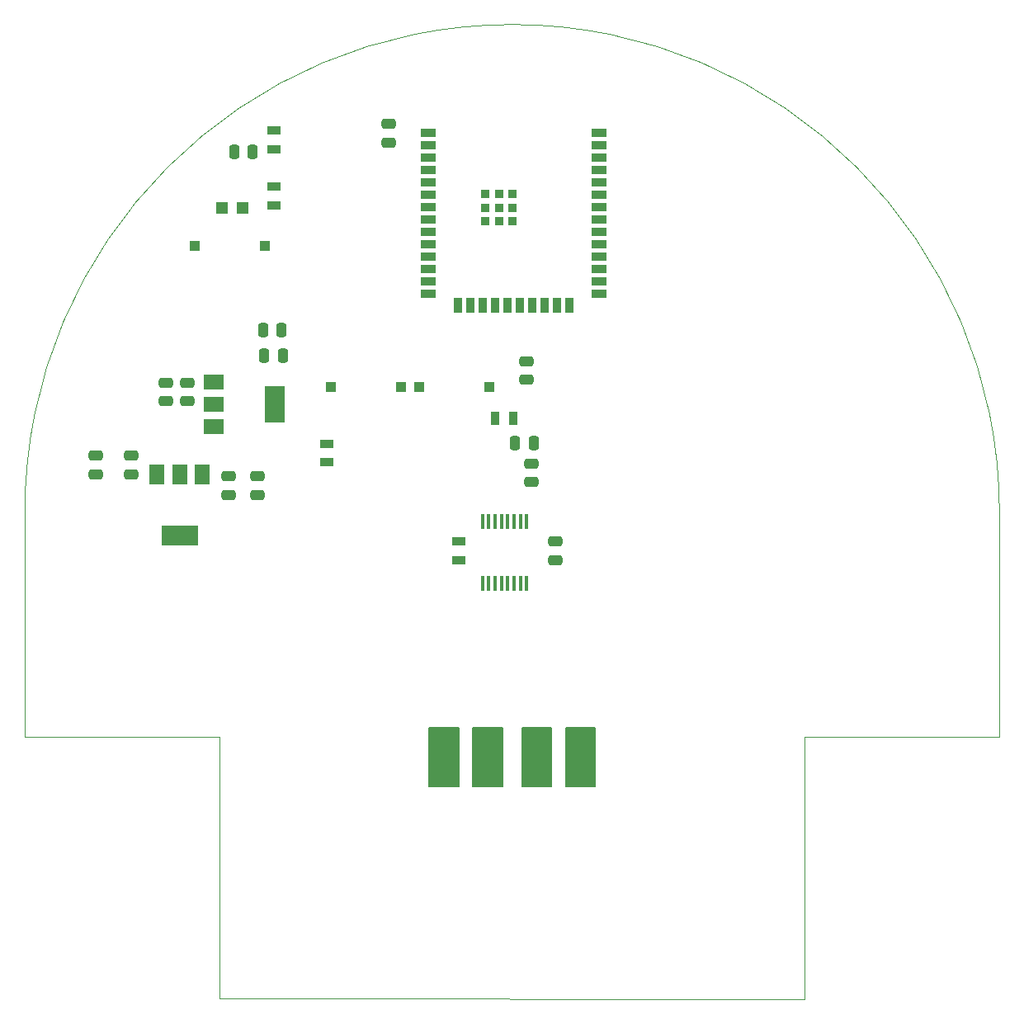
<source format=gbr>
%TF.GenerationSoftware,KiCad,Pcbnew,7.0.1*%
%TF.CreationDate,2023-08-29T23:28:33-03:00*%
%TF.ProjectId,BoverJr_PCBWAY,426f7665-724a-4725-9f50-43425741592e,rev?*%
%TF.SameCoordinates,Original*%
%TF.FileFunction,Paste,Top*%
%TF.FilePolarity,Positive*%
%FSLAX46Y46*%
G04 Gerber Fmt 4.6, Leading zero omitted, Abs format (unit mm)*
G04 Created by KiCad (PCBNEW 7.0.1) date 2023-08-29 23:28:33*
%MOMM*%
%LPD*%
G01*
G04 APERTURE LIST*
G04 Aperture macros list*
%AMRoundRect*
0 Rectangle with rounded corners*
0 $1 Rounding radius*
0 $2 $3 $4 $5 $6 $7 $8 $9 X,Y pos of 4 corners*
0 Add a 4 corners polygon primitive as box body*
4,1,4,$2,$3,$4,$5,$6,$7,$8,$9,$2,$3,0*
0 Add four circle primitives for the rounded corners*
1,1,$1+$1,$2,$3*
1,1,$1+$1,$4,$5*
1,1,$1+$1,$6,$7*
1,1,$1+$1,$8,$9*
0 Add four rect primitives between the rounded corners*
20,1,$1+$1,$2,$3,$4,$5,0*
20,1,$1+$1,$4,$5,$6,$7,0*
20,1,$1+$1,$6,$7,$8,$9,0*
20,1,$1+$1,$8,$9,$2,$3,0*%
G04 Aperture macros list end*
%ADD10C,0.150000*%
%ADD11R,0.889000X1.397000*%
%ADD12R,1.397000X0.889000*%
%ADD13RoundRect,0.250000X0.475000X-0.250000X0.475000X0.250000X-0.475000X0.250000X-0.475000X-0.250000X0*%
%ADD14RoundRect,0.250000X0.250000X0.475000X-0.250000X0.475000X-0.250000X-0.475000X0.250000X-0.475000X0*%
%ADD15R,1.198880X1.198880*%
%ADD16RoundRect,0.250000X-0.475000X0.250000X-0.475000X-0.250000X0.475000X-0.250000X0.475000X0.250000X0*%
%ADD17R,1.000760X1.000760*%
%ADD18R,2.000000X1.500000*%
%ADD19R,2.000000X3.800000*%
%ADD20RoundRect,0.250000X-0.250000X-0.475000X0.250000X-0.475000X0.250000X0.475000X-0.250000X0.475000X0*%
%ADD21R,0.300000X1.500000*%
%ADD22R,1.500000X2.000000*%
%ADD23R,3.800000X2.000000*%
%ADD24R,1.500000X0.900000*%
%ADD25R,0.900000X1.500000*%
%ADD26R,0.900000X0.900000*%
%TA.AperFunction,Profile*%
%ADD27C,0.100000*%
%TD*%
G04 APERTURE END LIST*
D10*
X146000000Y-102000000D02*
X149000000Y-102000000D01*
X149000000Y-108000000D01*
X146000000Y-108000000D01*
X146000000Y-102000000D01*
G36*
X146000000Y-102000000D02*
G01*
X149000000Y-102000000D01*
X149000000Y-108000000D01*
X146000000Y-108000000D01*
X146000000Y-102000000D01*
G37*
X151000000Y-102000000D02*
X154000000Y-102000000D01*
X154000000Y-108000000D01*
X151000000Y-108000000D01*
X151000000Y-102000000D01*
G36*
X151000000Y-102000000D02*
G01*
X154000000Y-102000000D01*
X154000000Y-108000000D01*
X151000000Y-108000000D01*
X151000000Y-102000000D01*
G37*
X155500000Y-102000000D02*
X158500000Y-102000000D01*
X158500000Y-108000000D01*
X155500000Y-108000000D01*
X155500000Y-102000000D01*
G36*
X155500000Y-102000000D02*
G01*
X158500000Y-102000000D01*
X158500000Y-108000000D01*
X155500000Y-108000000D01*
X155500000Y-102000000D01*
G37*
X141500000Y-102000000D02*
X144500000Y-102000000D01*
X144500000Y-108000000D01*
X141500000Y-108000000D01*
X141500000Y-102000000D01*
G36*
X141500000Y-102000000D02*
G01*
X144500000Y-102000000D01*
X144500000Y-108000000D01*
X141500000Y-108000000D01*
X141500000Y-102000000D01*
G37*
D11*
%TO.C,R8*%
X150127500Y-70250000D03*
X148222500Y-70250000D03*
%TD*%
D12*
%TO.C,R2*%
X131000000Y-72797500D03*
X131000000Y-74702500D03*
%TD*%
D13*
%TO.C,C14*%
X137350000Y-41900000D03*
X137350000Y-40000000D03*
%TD*%
D14*
%TO.C,C7*%
X126450000Y-63750000D03*
X124550000Y-63750000D03*
%TD*%
D15*
%TO.C,LED_ESP32*%
X122349020Y-48650000D03*
X120250980Y-48650000D03*
%TD*%
D16*
%TO.C,C3*%
X120900000Y-76150000D03*
X120900000Y-78050000D03*
%TD*%
D13*
%TO.C,C6*%
X116700000Y-68450000D03*
X116700000Y-66550000D03*
%TD*%
D17*
%TO.C,SW_START1*%
X138599180Y-67000000D03*
X131400820Y-67000000D03*
%TD*%
%TO.C,SW_BOOT1*%
X140450820Y-67000000D03*
X147649180Y-67000000D03*
%TD*%
D14*
%TO.C,C8*%
X126350000Y-61150000D03*
X124450000Y-61150000D03*
%TD*%
D18*
%TO.C,U7*%
X119350000Y-66450000D03*
X119350000Y-68750000D03*
D19*
X125650000Y-68750000D03*
D18*
X119350000Y-71050000D03*
%TD*%
D16*
%TO.C,C13*%
X151500000Y-64325000D03*
X151500000Y-66225000D03*
%TD*%
D20*
%TO.C,C9*%
X150300000Y-72750000D03*
X152200000Y-72750000D03*
%TD*%
D21*
%TO.C,U5*%
X146955000Y-87153000D03*
X147605000Y-87153000D03*
X148255000Y-87153000D03*
X148905000Y-87153000D03*
X149555000Y-87153000D03*
X150205000Y-87153000D03*
X150855000Y-87153000D03*
X151505000Y-87153000D03*
X151505000Y-80753000D03*
X150855000Y-80753000D03*
X150205000Y-80753000D03*
X149555000Y-80753000D03*
X148905000Y-80753000D03*
X148255000Y-80753000D03*
X147605000Y-80753000D03*
X146955000Y-80753000D03*
%TD*%
D16*
%TO.C,C10*%
X154400000Y-82850000D03*
X154400000Y-84750000D03*
%TD*%
D12*
%TO.C,R7*%
X125550000Y-42602500D03*
X125550000Y-40697500D03*
%TD*%
D16*
%TO.C,C11*%
X152000000Y-74850000D03*
X152000000Y-76750000D03*
%TD*%
D17*
%TO.C,SW_EN1*%
X117400820Y-52500000D03*
X124599180Y-52500000D03*
%TD*%
D12*
%TO.C,R3*%
X144540000Y-82857500D03*
X144540000Y-84762500D03*
%TD*%
D22*
%TO.C,U3*%
X118162000Y-75947000D03*
X115862000Y-75947000D03*
D23*
X115862000Y-82247000D03*
D22*
X113562000Y-75947000D03*
%TD*%
D12*
%TO.C,R1*%
X125550000Y-48352500D03*
X125550000Y-46447500D03*
%TD*%
D13*
%TO.C,C1*%
X107300000Y-75950000D03*
X107300000Y-74050000D03*
%TD*%
%TO.C,C5*%
X114450000Y-68450000D03*
X114450000Y-66550000D03*
%TD*%
D24*
%TO.C,U1*%
X141400000Y-42160000D03*
X141400000Y-44700000D03*
X141400000Y-45970000D03*
X141400000Y-43430000D03*
X141400000Y-47240000D03*
X141400000Y-48510000D03*
X141400000Y-49780000D03*
X141400000Y-51050000D03*
X141400000Y-52320000D03*
X141400000Y-53590000D03*
X141400000Y-54860000D03*
X141400000Y-56130000D03*
X141400000Y-57400000D03*
D25*
X145705000Y-58650000D03*
X154595000Y-58650000D03*
X155865000Y-58650000D03*
D24*
X158900000Y-57400000D03*
X158900000Y-56130000D03*
X158900000Y-54860000D03*
X158900000Y-53590000D03*
D25*
X146975000Y-58650000D03*
X148245000Y-58650000D03*
X149515000Y-58650000D03*
X150785000Y-58650000D03*
X152055000Y-58650000D03*
X153325000Y-58650000D03*
D24*
X158900000Y-52320000D03*
X158900000Y-51050000D03*
X158900000Y-42160000D03*
X158900000Y-49780000D03*
X158900000Y-43430000D03*
X158900000Y-45970000D03*
X158900000Y-44700000D03*
X158900000Y-47240000D03*
X141400000Y-40890000D03*
D25*
X144435000Y-58650000D03*
D26*
X147250000Y-47210000D03*
X147250000Y-48610000D03*
X147250000Y-50010000D03*
X148650000Y-47210000D03*
X148650000Y-48610000D03*
X148650000Y-50010000D03*
X150050000Y-47210000D03*
X150050000Y-48610000D03*
X150050000Y-50010000D03*
D24*
X158900000Y-40890000D03*
X158900000Y-48510000D03*
%TD*%
D13*
%TO.C,C4*%
X123900000Y-78050000D03*
X123900000Y-76150000D03*
%TD*%
%TO.C,C2*%
X110900000Y-75950000D03*
X110900000Y-74050000D03*
%TD*%
D20*
%TO.C,C12*%
X121450000Y-42900000D03*
X123350000Y-42900000D03*
%TD*%
D27*
X200000000Y-79800000D02*
G75*
G03*
X100000000Y-79800000I-50000000J0D01*
G01*
X120000000Y-129750000D02*
X120000000Y-102900000D01*
X180000000Y-102900000D02*
X200000000Y-102900000D01*
X180000000Y-129800000D02*
X180000000Y-102900000D01*
X120000000Y-102900000D02*
X100000000Y-102900000D01*
X100000000Y-102900000D02*
X100000000Y-79800000D01*
X200000000Y-102900000D02*
X200000000Y-79800000D01*
X120000000Y-129750000D02*
X180000000Y-129800000D01*
M02*

</source>
